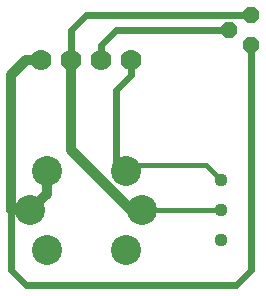
<source format=gbl>
G75*
G70*
%OFA0B0*%
%FSLAX24Y24*%
%IPPOS*%
%LPD*%
%AMOC8*
5,1,8,0,0,1.08239X$1,22.5*
%
%ADD10OC8,0.0520*%
%ADD11C,0.1000*%
%ADD12C,0.0700*%
%ADD13C,0.0440*%
%ADD14C,0.0320*%
%ADD15C,0.0240*%
%ADD16C,0.0160*%
D10*
X008850Y010147D03*
X009600Y010647D03*
X009600Y009647D03*
D11*
X005419Y005466D03*
X005970Y004147D03*
X005419Y002828D03*
X002781Y002828D03*
X002230Y004147D03*
X002781Y005466D03*
D12*
X002600Y009147D03*
X003600Y009147D03*
X004600Y009147D03*
X005600Y009147D03*
D13*
X008600Y005147D03*
X008600Y004147D03*
X008600Y003147D03*
D14*
X005970Y004147D02*
X005600Y004147D01*
X003600Y006147D01*
X003600Y009147D01*
X002600Y009147D02*
X002100Y009147D01*
X001600Y008647D01*
X001600Y004147D01*
X002100Y004147D01*
X002230Y004147D02*
X002781Y004698D01*
X002781Y005466D01*
D15*
X001600Y002147D02*
X002100Y001647D01*
X009100Y001647D01*
X009600Y002147D01*
X009600Y009647D01*
X008850Y010147D02*
X005100Y010147D01*
X004600Y009647D01*
X004600Y009147D01*
X005100Y008147D02*
X005600Y008647D01*
X005600Y009147D01*
X005100Y008147D02*
X005100Y005784D01*
X005419Y005466D01*
X003600Y009147D02*
X003600Y010147D01*
X004100Y010647D01*
X009600Y010647D01*
X001600Y004147D02*
X001600Y002147D01*
D16*
X002100Y004147D02*
X002230Y004147D01*
X005419Y005466D02*
X005600Y005647D01*
X008100Y005647D01*
X008600Y005147D01*
X008600Y004147D02*
X005970Y004147D01*
M02*

</source>
